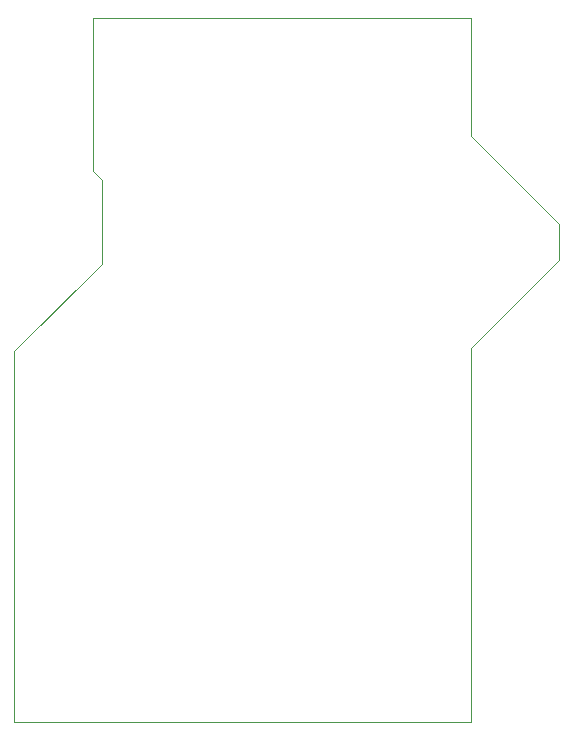
<source format=gbr>
%TF.GenerationSoftware,KiCad,Pcbnew,8.0.4*%
%TF.CreationDate,2024-12-17T16:18:45+07:00*%
%TF.ProjectId,16p_26p_adapter,3136705f-3236-4705-9f61-646170746572,rev?*%
%TF.SameCoordinates,Original*%
%TF.FileFunction,Profile,NP*%
%FSLAX46Y46*%
G04 Gerber Fmt 4.6, Leading zero omitted, Abs format (unit mm)*
G04 Created by KiCad (PCBNEW 8.0.4) date 2024-12-17 16:18:45*
%MOMM*%
%LPD*%
G01*
G04 APERTURE LIST*
%TA.AperFunction,Profile*%
%ADD10C,0.050000*%
%TD*%
G04 APERTURE END LIST*
D10*
X61726200Y-28402600D02*
X69226200Y-35902600D01*
X69226200Y-38902600D01*
X61726200Y-46402600D01*
X61726200Y-78043600D01*
X23056200Y-78043600D01*
X23056200Y-46656600D01*
X30496200Y-39222600D01*
X30506200Y-32182600D01*
X29726200Y-31402600D01*
X29726200Y-18402600D01*
X61726200Y-18402600D01*
X61726200Y-28402600D01*
M02*

</source>
